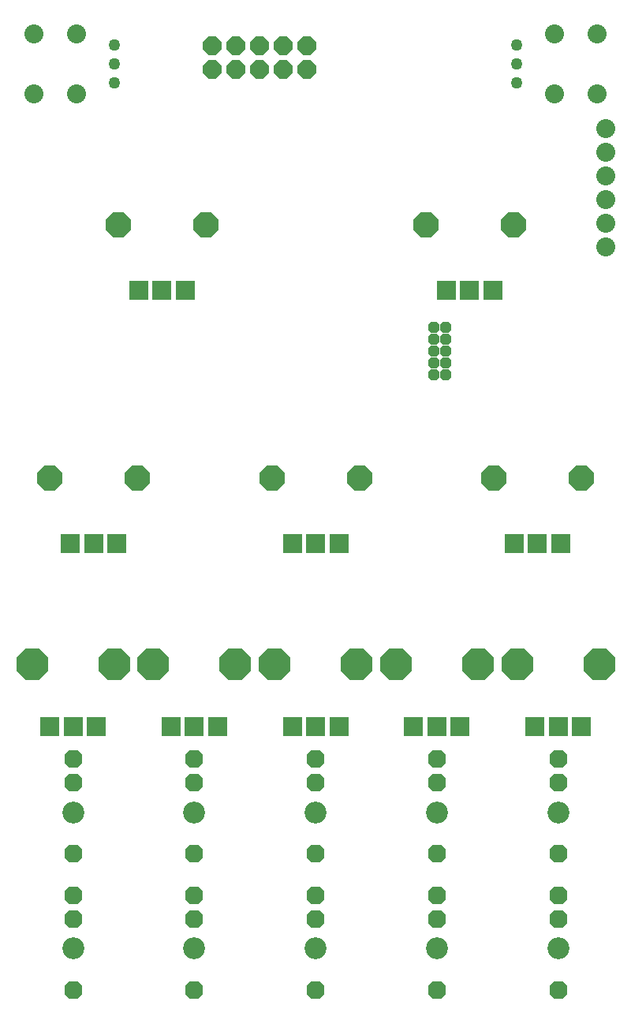
<source format=gbr>
G04 EAGLE Gerber RS-274X export*
G75*
%MOMM*%
%FSLAX34Y34*%
%LPD*%
%INSoldermask Bottom*%
%IPPOS*%
%AMOC8*
5,1,8,0,0,1.08239X$1,22.5*%
G01*
G04 Define Apertures*
%ADD10P,1.31965X8X292.5*%
%ADD11C,2.032000*%
%ADD12P,2.19942X8X22.5*%
%ADD13R,2.032000X2.032000*%
%ADD14P,3.64592X8X112.5*%
%ADD15P,2.08945X8X202.5*%
%ADD16C,2.352400*%
%ADD17P,2.91423X8X112.5*%
%ADD18C,1.258800*%
D10*
X485775Y730250D03*
X473075Y730250D03*
X485775Y717550D03*
X473075Y717550D03*
X485775Y704850D03*
X473075Y704850D03*
X485775Y692150D03*
X473075Y692150D03*
X485775Y679450D03*
X473075Y679450D03*
D11*
X657225Y942975D03*
X657225Y917575D03*
X657225Y892175D03*
X657225Y866775D03*
X657225Y841375D03*
X657225Y815975D03*
D12*
X234950Y1031875D03*
X234950Y1006475D03*
X260350Y1031875D03*
X260350Y1006475D03*
X285750Y1031875D03*
X285750Y1006475D03*
X311150Y1031875D03*
X311150Y1006475D03*
X336550Y1031875D03*
X336550Y1006475D03*
D13*
X110725Y301300D03*
X85725Y301300D03*
X60725Y301300D03*
D14*
X129725Y368300D03*
X41725Y368300D03*
D15*
X346075Y95250D03*
X346075Y19050D03*
X346075Y120650D03*
D16*
X346075Y63500D03*
D15*
X606425Y95250D03*
X606425Y19050D03*
X606425Y120650D03*
D16*
X606425Y63500D03*
D15*
X476250Y95250D03*
X476250Y19050D03*
X476250Y120650D03*
D16*
X476250Y63500D03*
D15*
X85725Y241300D03*
X85725Y165100D03*
X85725Y266700D03*
D16*
X85725Y209550D03*
D15*
X215900Y241300D03*
X215900Y165100D03*
X215900Y266700D03*
D16*
X215900Y209550D03*
D15*
X346075Y241300D03*
X346075Y165100D03*
X346075Y266700D03*
D16*
X346075Y209550D03*
D15*
X476250Y241300D03*
X476250Y165100D03*
X476250Y266700D03*
D16*
X476250Y209550D03*
D13*
X240900Y301300D03*
X215900Y301300D03*
X190900Y301300D03*
D14*
X259900Y368300D03*
X171900Y368300D03*
D13*
X132950Y498325D03*
X107950Y498325D03*
X82950Y498325D03*
D17*
X154950Y568325D03*
X60950Y568325D03*
D11*
X44069Y980313D03*
X44069Y1045337D03*
X89281Y980313D03*
X89281Y1045337D03*
D13*
X371075Y301300D03*
X346075Y301300D03*
X321075Y301300D03*
D14*
X390075Y368300D03*
X302075Y368300D03*
D13*
X501250Y301300D03*
X476250Y301300D03*
X451250Y301300D03*
D14*
X520250Y368300D03*
X432250Y368300D03*
D13*
X631425Y301300D03*
X606425Y301300D03*
X581425Y301300D03*
D14*
X650425Y368300D03*
X562425Y368300D03*
D13*
X205975Y770105D03*
X180975Y770105D03*
X155975Y770105D03*
D17*
X227975Y840105D03*
X133975Y840105D03*
D13*
X371075Y498325D03*
X346075Y498325D03*
X321075Y498325D03*
D17*
X393075Y568325D03*
X299075Y568325D03*
D13*
X536175Y770105D03*
X511175Y770105D03*
X486175Y770105D03*
D17*
X558175Y840105D03*
X464175Y840105D03*
D13*
X609200Y498325D03*
X584200Y498325D03*
X559200Y498325D03*
D17*
X631200Y568325D03*
X537200Y568325D03*
D15*
X215900Y95250D03*
X215900Y19050D03*
X215900Y120650D03*
D16*
X215900Y63500D03*
D15*
X606425Y241300D03*
X606425Y165100D03*
X606425Y266700D03*
D16*
X606425Y209550D03*
D11*
X602869Y980313D03*
X602869Y1045337D03*
X648081Y980313D03*
X648081Y1045337D03*
D18*
X561975Y1012825D03*
X561975Y1032825D03*
X561975Y992825D03*
X130175Y1012825D03*
X130175Y1032825D03*
X130175Y992825D03*
D15*
X85725Y95250D03*
X85725Y19050D03*
X85725Y120650D03*
D16*
X85725Y63500D03*
M02*

</source>
